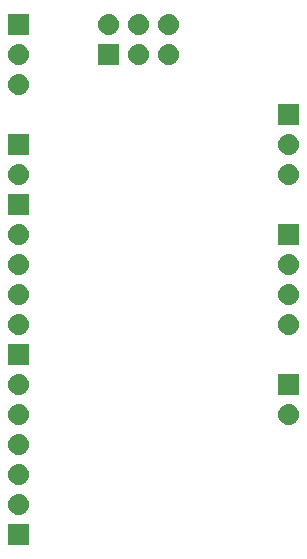
<source format=gbr>
%TF.GenerationSoftware,KiCad,Pcbnew,(5.1.2-1)-1*%
%TF.CreationDate,2019-06-29T03:26:25-07:00*%
%TF.ProjectId,ButtonInterfaceBoard 0-2,42757474-6f6e-4496-9e74-657266616365,rev?*%
%TF.SameCoordinates,Original*%
%TF.FileFunction,Soldermask,Bot*%
%TF.FilePolarity,Negative*%
%FSLAX46Y46*%
G04 Gerber Fmt 4.6, Leading zero omitted, Abs format (unit mm)*
G04 Created by KiCad (PCBNEW (5.1.2-1)-1) date 2019-06-29 03:26:25*
%MOMM*%
%LPD*%
G04 APERTURE LIST*
%ADD10C,0.100000*%
G04 APERTURE END LIST*
D10*
G36*
X97420800Y-99960800D02*
G01*
X95619200Y-99960800D01*
X95619200Y-98159200D01*
X97420800Y-98159200D01*
X97420800Y-99960800D01*
X97420800Y-99960800D01*
G37*
G36*
X96696588Y-95632234D02*
G01*
X96696591Y-95632235D01*
X96866388Y-95683742D01*
X97022878Y-95767388D01*
X97160043Y-95879957D01*
X97272612Y-96017122D01*
X97356258Y-96173612D01*
X97401875Y-96323992D01*
X97407766Y-96343412D01*
X97425158Y-96520000D01*
X97407766Y-96696588D01*
X97407765Y-96696591D01*
X97356258Y-96866388D01*
X97272612Y-97022878D01*
X97160043Y-97160043D01*
X97022878Y-97272612D01*
X96866388Y-97356258D01*
X96716008Y-97401875D01*
X96696588Y-97407766D01*
X96564249Y-97420800D01*
X96475751Y-97420800D01*
X96343412Y-97407766D01*
X96323992Y-97401875D01*
X96173612Y-97356258D01*
X96017122Y-97272612D01*
X95879957Y-97160043D01*
X95767388Y-97022878D01*
X95683742Y-96866388D01*
X95632235Y-96696591D01*
X95632234Y-96696588D01*
X95614842Y-96520000D01*
X95632234Y-96343412D01*
X95638125Y-96323992D01*
X95683742Y-96173612D01*
X95767388Y-96017122D01*
X95879957Y-95879957D01*
X96017122Y-95767388D01*
X96173612Y-95683742D01*
X96343409Y-95632235D01*
X96343412Y-95632234D01*
X96475751Y-95619200D01*
X96564249Y-95619200D01*
X96696588Y-95632234D01*
X96696588Y-95632234D01*
G37*
G36*
X96696588Y-93092234D02*
G01*
X96696591Y-93092235D01*
X96866388Y-93143742D01*
X97022878Y-93227388D01*
X97160043Y-93339957D01*
X97272612Y-93477122D01*
X97356258Y-93633612D01*
X97401875Y-93783992D01*
X97407766Y-93803412D01*
X97425158Y-93980000D01*
X97407766Y-94156588D01*
X97407765Y-94156591D01*
X97356258Y-94326388D01*
X97272612Y-94482878D01*
X97160043Y-94620043D01*
X97022878Y-94732612D01*
X96866388Y-94816258D01*
X96716008Y-94861875D01*
X96696588Y-94867766D01*
X96564249Y-94880800D01*
X96475751Y-94880800D01*
X96343412Y-94867766D01*
X96323992Y-94861875D01*
X96173612Y-94816258D01*
X96017122Y-94732612D01*
X95879957Y-94620043D01*
X95767388Y-94482878D01*
X95683742Y-94326388D01*
X95632235Y-94156591D01*
X95632234Y-94156588D01*
X95614842Y-93980000D01*
X95632234Y-93803412D01*
X95638125Y-93783992D01*
X95683742Y-93633612D01*
X95767388Y-93477122D01*
X95879957Y-93339957D01*
X96017122Y-93227388D01*
X96173612Y-93143742D01*
X96343409Y-93092235D01*
X96343412Y-93092234D01*
X96475751Y-93079200D01*
X96564249Y-93079200D01*
X96696588Y-93092234D01*
X96696588Y-93092234D01*
G37*
G36*
X96696588Y-90552234D02*
G01*
X96696591Y-90552235D01*
X96866388Y-90603742D01*
X97022878Y-90687388D01*
X97160043Y-90799957D01*
X97272612Y-90937122D01*
X97356258Y-91093612D01*
X97401875Y-91243992D01*
X97407766Y-91263412D01*
X97425158Y-91440000D01*
X97407766Y-91616588D01*
X97407765Y-91616591D01*
X97356258Y-91786388D01*
X97272612Y-91942878D01*
X97160043Y-92080043D01*
X97022878Y-92192612D01*
X96866388Y-92276258D01*
X96716008Y-92321875D01*
X96696588Y-92327766D01*
X96564249Y-92340800D01*
X96475751Y-92340800D01*
X96343412Y-92327766D01*
X96323992Y-92321875D01*
X96173612Y-92276258D01*
X96017122Y-92192612D01*
X95879957Y-92080043D01*
X95767388Y-91942878D01*
X95683742Y-91786388D01*
X95632235Y-91616591D01*
X95632234Y-91616588D01*
X95614842Y-91440000D01*
X95632234Y-91263412D01*
X95638125Y-91243992D01*
X95683742Y-91093612D01*
X95767388Y-90937122D01*
X95879957Y-90799957D01*
X96017122Y-90687388D01*
X96173612Y-90603742D01*
X96343409Y-90552235D01*
X96343412Y-90552234D01*
X96475751Y-90539200D01*
X96564249Y-90539200D01*
X96696588Y-90552234D01*
X96696588Y-90552234D01*
G37*
G36*
X119556588Y-88012234D02*
G01*
X119556591Y-88012235D01*
X119726388Y-88063742D01*
X119882878Y-88147388D01*
X120020043Y-88259957D01*
X120132612Y-88397122D01*
X120216258Y-88553612D01*
X120261875Y-88703992D01*
X120267766Y-88723412D01*
X120285158Y-88900000D01*
X120267766Y-89076588D01*
X120267765Y-89076591D01*
X120216258Y-89246388D01*
X120132612Y-89402878D01*
X120020043Y-89540043D01*
X119882878Y-89652612D01*
X119726388Y-89736258D01*
X119576008Y-89781875D01*
X119556588Y-89787766D01*
X119424249Y-89800800D01*
X119335751Y-89800800D01*
X119203412Y-89787766D01*
X119183992Y-89781875D01*
X119033612Y-89736258D01*
X118877122Y-89652612D01*
X118739957Y-89540043D01*
X118627388Y-89402878D01*
X118543742Y-89246388D01*
X118492235Y-89076591D01*
X118492234Y-89076588D01*
X118474842Y-88900000D01*
X118492234Y-88723412D01*
X118498125Y-88703992D01*
X118543742Y-88553612D01*
X118627388Y-88397122D01*
X118739957Y-88259957D01*
X118877122Y-88147388D01*
X119033612Y-88063742D01*
X119203409Y-88012235D01*
X119203412Y-88012234D01*
X119335751Y-87999200D01*
X119424249Y-87999200D01*
X119556588Y-88012234D01*
X119556588Y-88012234D01*
G37*
G36*
X96696588Y-88012234D02*
G01*
X96696591Y-88012235D01*
X96866388Y-88063742D01*
X97022878Y-88147388D01*
X97160043Y-88259957D01*
X97272612Y-88397122D01*
X97356258Y-88553612D01*
X97401875Y-88703992D01*
X97407766Y-88723412D01*
X97425158Y-88900000D01*
X97407766Y-89076588D01*
X97407765Y-89076591D01*
X97356258Y-89246388D01*
X97272612Y-89402878D01*
X97160043Y-89540043D01*
X97022878Y-89652612D01*
X96866388Y-89736258D01*
X96716008Y-89781875D01*
X96696588Y-89787766D01*
X96564249Y-89800800D01*
X96475751Y-89800800D01*
X96343412Y-89787766D01*
X96323992Y-89781875D01*
X96173612Y-89736258D01*
X96017122Y-89652612D01*
X95879957Y-89540043D01*
X95767388Y-89402878D01*
X95683742Y-89246388D01*
X95632235Y-89076591D01*
X95632234Y-89076588D01*
X95614842Y-88900000D01*
X95632234Y-88723412D01*
X95638125Y-88703992D01*
X95683742Y-88553612D01*
X95767388Y-88397122D01*
X95879957Y-88259957D01*
X96017122Y-88147388D01*
X96173612Y-88063742D01*
X96343409Y-88012235D01*
X96343412Y-88012234D01*
X96475751Y-87999200D01*
X96564249Y-87999200D01*
X96696588Y-88012234D01*
X96696588Y-88012234D01*
G37*
G36*
X120280800Y-87260800D02*
G01*
X118479200Y-87260800D01*
X118479200Y-85459200D01*
X120280800Y-85459200D01*
X120280800Y-87260800D01*
X120280800Y-87260800D01*
G37*
G36*
X96696588Y-85472234D02*
G01*
X96696591Y-85472235D01*
X96866388Y-85523742D01*
X97022878Y-85607388D01*
X97160043Y-85719957D01*
X97272612Y-85857122D01*
X97356258Y-86013612D01*
X97401875Y-86163992D01*
X97407766Y-86183412D01*
X97425158Y-86360000D01*
X97407766Y-86536588D01*
X97407765Y-86536591D01*
X97356258Y-86706388D01*
X97272612Y-86862878D01*
X97160043Y-87000043D01*
X97022878Y-87112612D01*
X96866388Y-87196258D01*
X96716008Y-87241875D01*
X96696588Y-87247766D01*
X96564249Y-87260800D01*
X96475751Y-87260800D01*
X96343412Y-87247766D01*
X96323992Y-87241875D01*
X96173612Y-87196258D01*
X96017122Y-87112612D01*
X95879957Y-87000043D01*
X95767388Y-86862878D01*
X95683742Y-86706388D01*
X95632235Y-86536591D01*
X95632234Y-86536588D01*
X95614842Y-86360000D01*
X95632234Y-86183412D01*
X95638125Y-86163992D01*
X95683742Y-86013612D01*
X95767388Y-85857122D01*
X95879957Y-85719957D01*
X96017122Y-85607388D01*
X96173612Y-85523742D01*
X96343409Y-85472235D01*
X96343412Y-85472234D01*
X96475751Y-85459200D01*
X96564249Y-85459200D01*
X96696588Y-85472234D01*
X96696588Y-85472234D01*
G37*
G36*
X97420800Y-84720800D02*
G01*
X95619200Y-84720800D01*
X95619200Y-82919200D01*
X97420800Y-82919200D01*
X97420800Y-84720800D01*
X97420800Y-84720800D01*
G37*
G36*
X119556588Y-80392234D02*
G01*
X119556591Y-80392235D01*
X119726388Y-80443742D01*
X119882878Y-80527388D01*
X120020043Y-80639957D01*
X120132612Y-80777122D01*
X120216258Y-80933612D01*
X120261875Y-81083992D01*
X120267766Y-81103412D01*
X120285158Y-81280000D01*
X120267766Y-81456588D01*
X120267765Y-81456591D01*
X120216258Y-81626388D01*
X120132612Y-81782878D01*
X120020043Y-81920043D01*
X119882878Y-82032612D01*
X119726388Y-82116258D01*
X119576008Y-82161875D01*
X119556588Y-82167766D01*
X119424249Y-82180800D01*
X119335751Y-82180800D01*
X119203412Y-82167766D01*
X119183992Y-82161875D01*
X119033612Y-82116258D01*
X118877122Y-82032612D01*
X118739957Y-81920043D01*
X118627388Y-81782878D01*
X118543742Y-81626388D01*
X118492235Y-81456591D01*
X118492234Y-81456588D01*
X118474842Y-81280000D01*
X118492234Y-81103412D01*
X118498125Y-81083992D01*
X118543742Y-80933612D01*
X118627388Y-80777122D01*
X118739957Y-80639957D01*
X118877122Y-80527388D01*
X119033612Y-80443742D01*
X119203409Y-80392235D01*
X119203412Y-80392234D01*
X119335751Y-80379200D01*
X119424249Y-80379200D01*
X119556588Y-80392234D01*
X119556588Y-80392234D01*
G37*
G36*
X96696588Y-80392234D02*
G01*
X96696591Y-80392235D01*
X96866388Y-80443742D01*
X97022878Y-80527388D01*
X97160043Y-80639957D01*
X97272612Y-80777122D01*
X97356258Y-80933612D01*
X97401875Y-81083992D01*
X97407766Y-81103412D01*
X97425158Y-81280000D01*
X97407766Y-81456588D01*
X97407765Y-81456591D01*
X97356258Y-81626388D01*
X97272612Y-81782878D01*
X97160043Y-81920043D01*
X97022878Y-82032612D01*
X96866388Y-82116258D01*
X96716008Y-82161875D01*
X96696588Y-82167766D01*
X96564249Y-82180800D01*
X96475751Y-82180800D01*
X96343412Y-82167766D01*
X96323992Y-82161875D01*
X96173612Y-82116258D01*
X96017122Y-82032612D01*
X95879957Y-81920043D01*
X95767388Y-81782878D01*
X95683742Y-81626388D01*
X95632235Y-81456591D01*
X95632234Y-81456588D01*
X95614842Y-81280000D01*
X95632234Y-81103412D01*
X95638125Y-81083992D01*
X95683742Y-80933612D01*
X95767388Y-80777122D01*
X95879957Y-80639957D01*
X96017122Y-80527388D01*
X96173612Y-80443742D01*
X96343409Y-80392235D01*
X96343412Y-80392234D01*
X96475751Y-80379200D01*
X96564249Y-80379200D01*
X96696588Y-80392234D01*
X96696588Y-80392234D01*
G37*
G36*
X119556588Y-77852234D02*
G01*
X119556591Y-77852235D01*
X119726388Y-77903742D01*
X119882878Y-77987388D01*
X120020043Y-78099957D01*
X120132612Y-78237122D01*
X120216258Y-78393612D01*
X120261875Y-78543992D01*
X120267766Y-78563412D01*
X120285158Y-78740000D01*
X120267766Y-78916588D01*
X120267765Y-78916591D01*
X120216258Y-79086388D01*
X120132612Y-79242878D01*
X120020043Y-79380043D01*
X119882878Y-79492612D01*
X119726388Y-79576258D01*
X119576008Y-79621875D01*
X119556588Y-79627766D01*
X119424249Y-79640800D01*
X119335751Y-79640800D01*
X119203412Y-79627766D01*
X119183992Y-79621875D01*
X119033612Y-79576258D01*
X118877122Y-79492612D01*
X118739957Y-79380043D01*
X118627388Y-79242878D01*
X118543742Y-79086388D01*
X118492235Y-78916591D01*
X118492234Y-78916588D01*
X118474842Y-78740000D01*
X118492234Y-78563412D01*
X118498125Y-78543992D01*
X118543742Y-78393612D01*
X118627388Y-78237122D01*
X118739957Y-78099957D01*
X118877122Y-77987388D01*
X119033612Y-77903742D01*
X119203409Y-77852235D01*
X119203412Y-77852234D01*
X119335751Y-77839200D01*
X119424249Y-77839200D01*
X119556588Y-77852234D01*
X119556588Y-77852234D01*
G37*
G36*
X96696588Y-77852234D02*
G01*
X96696591Y-77852235D01*
X96866388Y-77903742D01*
X97022878Y-77987388D01*
X97160043Y-78099957D01*
X97272612Y-78237122D01*
X97356258Y-78393612D01*
X97401875Y-78543992D01*
X97407766Y-78563412D01*
X97425158Y-78740000D01*
X97407766Y-78916588D01*
X97407765Y-78916591D01*
X97356258Y-79086388D01*
X97272612Y-79242878D01*
X97160043Y-79380043D01*
X97022878Y-79492612D01*
X96866388Y-79576258D01*
X96716008Y-79621875D01*
X96696588Y-79627766D01*
X96564249Y-79640800D01*
X96475751Y-79640800D01*
X96343412Y-79627766D01*
X96323992Y-79621875D01*
X96173612Y-79576258D01*
X96017122Y-79492612D01*
X95879957Y-79380043D01*
X95767388Y-79242878D01*
X95683742Y-79086388D01*
X95632235Y-78916591D01*
X95632234Y-78916588D01*
X95614842Y-78740000D01*
X95632234Y-78563412D01*
X95638125Y-78543992D01*
X95683742Y-78393612D01*
X95767388Y-78237122D01*
X95879957Y-78099957D01*
X96017122Y-77987388D01*
X96173612Y-77903742D01*
X96343409Y-77852235D01*
X96343412Y-77852234D01*
X96475751Y-77839200D01*
X96564249Y-77839200D01*
X96696588Y-77852234D01*
X96696588Y-77852234D01*
G37*
G36*
X119556588Y-75312234D02*
G01*
X119556591Y-75312235D01*
X119726388Y-75363742D01*
X119882878Y-75447388D01*
X120020043Y-75559957D01*
X120132612Y-75697122D01*
X120216258Y-75853612D01*
X120261875Y-76003992D01*
X120267766Y-76023412D01*
X120285158Y-76200000D01*
X120267766Y-76376588D01*
X120267765Y-76376591D01*
X120216258Y-76546388D01*
X120132612Y-76702878D01*
X120020043Y-76840043D01*
X119882878Y-76952612D01*
X119726388Y-77036258D01*
X119576008Y-77081875D01*
X119556588Y-77087766D01*
X119424249Y-77100800D01*
X119335751Y-77100800D01*
X119203412Y-77087766D01*
X119183992Y-77081875D01*
X119033612Y-77036258D01*
X118877122Y-76952612D01*
X118739957Y-76840043D01*
X118627388Y-76702878D01*
X118543742Y-76546388D01*
X118492235Y-76376591D01*
X118492234Y-76376588D01*
X118474842Y-76200000D01*
X118492234Y-76023412D01*
X118498125Y-76003992D01*
X118543742Y-75853612D01*
X118627388Y-75697122D01*
X118739957Y-75559957D01*
X118877122Y-75447388D01*
X119033612Y-75363742D01*
X119203409Y-75312235D01*
X119203412Y-75312234D01*
X119335751Y-75299200D01*
X119424249Y-75299200D01*
X119556588Y-75312234D01*
X119556588Y-75312234D01*
G37*
G36*
X96696588Y-75312234D02*
G01*
X96696591Y-75312235D01*
X96866388Y-75363742D01*
X97022878Y-75447388D01*
X97160043Y-75559957D01*
X97272612Y-75697122D01*
X97356258Y-75853612D01*
X97401875Y-76003992D01*
X97407766Y-76023412D01*
X97425158Y-76200000D01*
X97407766Y-76376588D01*
X97407765Y-76376591D01*
X97356258Y-76546388D01*
X97272612Y-76702878D01*
X97160043Y-76840043D01*
X97022878Y-76952612D01*
X96866388Y-77036258D01*
X96716008Y-77081875D01*
X96696588Y-77087766D01*
X96564249Y-77100800D01*
X96475751Y-77100800D01*
X96343412Y-77087766D01*
X96323992Y-77081875D01*
X96173612Y-77036258D01*
X96017122Y-76952612D01*
X95879957Y-76840043D01*
X95767388Y-76702878D01*
X95683742Y-76546388D01*
X95632235Y-76376591D01*
X95632234Y-76376588D01*
X95614842Y-76200000D01*
X95632234Y-76023412D01*
X95638125Y-76003992D01*
X95683742Y-75853612D01*
X95767388Y-75697122D01*
X95879957Y-75559957D01*
X96017122Y-75447388D01*
X96173612Y-75363742D01*
X96343409Y-75312235D01*
X96343412Y-75312234D01*
X96475751Y-75299200D01*
X96564249Y-75299200D01*
X96696588Y-75312234D01*
X96696588Y-75312234D01*
G37*
G36*
X120280800Y-74560800D02*
G01*
X118479200Y-74560800D01*
X118479200Y-72759200D01*
X120280800Y-72759200D01*
X120280800Y-74560800D01*
X120280800Y-74560800D01*
G37*
G36*
X96696588Y-72772234D02*
G01*
X96696591Y-72772235D01*
X96866388Y-72823742D01*
X97022878Y-72907388D01*
X97160043Y-73019957D01*
X97272612Y-73157122D01*
X97356258Y-73313612D01*
X97401875Y-73463992D01*
X97407766Y-73483412D01*
X97425158Y-73660000D01*
X97407766Y-73836588D01*
X97407765Y-73836591D01*
X97356258Y-74006388D01*
X97272612Y-74162878D01*
X97160043Y-74300043D01*
X97022878Y-74412612D01*
X96866388Y-74496258D01*
X96716008Y-74541875D01*
X96696588Y-74547766D01*
X96564249Y-74560800D01*
X96475751Y-74560800D01*
X96343412Y-74547766D01*
X96323992Y-74541875D01*
X96173612Y-74496258D01*
X96017122Y-74412612D01*
X95879957Y-74300043D01*
X95767388Y-74162878D01*
X95683742Y-74006388D01*
X95632235Y-73836591D01*
X95632234Y-73836588D01*
X95614842Y-73660000D01*
X95632234Y-73483412D01*
X95638125Y-73463992D01*
X95683742Y-73313612D01*
X95767388Y-73157122D01*
X95879957Y-73019957D01*
X96017122Y-72907388D01*
X96173612Y-72823742D01*
X96343409Y-72772235D01*
X96343412Y-72772234D01*
X96475751Y-72759200D01*
X96564249Y-72759200D01*
X96696588Y-72772234D01*
X96696588Y-72772234D01*
G37*
G36*
X97420800Y-72020800D02*
G01*
X95619200Y-72020800D01*
X95619200Y-70219200D01*
X97420800Y-70219200D01*
X97420800Y-72020800D01*
X97420800Y-72020800D01*
G37*
G36*
X119556588Y-67692234D02*
G01*
X119556591Y-67692235D01*
X119726388Y-67743742D01*
X119882878Y-67827388D01*
X120020043Y-67939957D01*
X120132612Y-68077122D01*
X120216258Y-68233612D01*
X120261875Y-68383992D01*
X120267766Y-68403412D01*
X120285158Y-68580000D01*
X120267766Y-68756588D01*
X120267765Y-68756591D01*
X120216258Y-68926388D01*
X120132612Y-69082878D01*
X120020043Y-69220043D01*
X119882878Y-69332612D01*
X119726388Y-69416258D01*
X119576008Y-69461875D01*
X119556588Y-69467766D01*
X119424249Y-69480800D01*
X119335751Y-69480800D01*
X119203412Y-69467766D01*
X119183992Y-69461875D01*
X119033612Y-69416258D01*
X118877122Y-69332612D01*
X118739957Y-69220043D01*
X118627388Y-69082878D01*
X118543742Y-68926388D01*
X118492235Y-68756591D01*
X118492234Y-68756588D01*
X118474842Y-68580000D01*
X118492234Y-68403412D01*
X118498125Y-68383992D01*
X118543742Y-68233612D01*
X118627388Y-68077122D01*
X118739957Y-67939957D01*
X118877122Y-67827388D01*
X119033612Y-67743742D01*
X119203409Y-67692235D01*
X119203412Y-67692234D01*
X119335751Y-67679200D01*
X119424249Y-67679200D01*
X119556588Y-67692234D01*
X119556588Y-67692234D01*
G37*
G36*
X96696588Y-67692234D02*
G01*
X96696591Y-67692235D01*
X96866388Y-67743742D01*
X97022878Y-67827388D01*
X97160043Y-67939957D01*
X97272612Y-68077122D01*
X97356258Y-68233612D01*
X97401875Y-68383992D01*
X97407766Y-68403412D01*
X97425158Y-68580000D01*
X97407766Y-68756588D01*
X97407765Y-68756591D01*
X97356258Y-68926388D01*
X97272612Y-69082878D01*
X97160043Y-69220043D01*
X97022878Y-69332612D01*
X96866388Y-69416258D01*
X96716008Y-69461875D01*
X96696588Y-69467766D01*
X96564249Y-69480800D01*
X96475751Y-69480800D01*
X96343412Y-69467766D01*
X96323992Y-69461875D01*
X96173612Y-69416258D01*
X96017122Y-69332612D01*
X95879957Y-69220043D01*
X95767388Y-69082878D01*
X95683742Y-68926388D01*
X95632235Y-68756591D01*
X95632234Y-68756588D01*
X95614842Y-68580000D01*
X95632234Y-68403412D01*
X95638125Y-68383992D01*
X95683742Y-68233612D01*
X95767388Y-68077122D01*
X95879957Y-67939957D01*
X96017122Y-67827388D01*
X96173612Y-67743742D01*
X96343409Y-67692235D01*
X96343412Y-67692234D01*
X96475751Y-67679200D01*
X96564249Y-67679200D01*
X96696588Y-67692234D01*
X96696588Y-67692234D01*
G37*
G36*
X119556588Y-65152234D02*
G01*
X119556591Y-65152235D01*
X119726388Y-65203742D01*
X119882878Y-65287388D01*
X120020043Y-65399957D01*
X120132612Y-65537122D01*
X120216258Y-65693612D01*
X120261875Y-65843992D01*
X120267766Y-65863412D01*
X120285158Y-66040000D01*
X120267766Y-66216588D01*
X120267765Y-66216591D01*
X120216258Y-66386388D01*
X120132612Y-66542878D01*
X120020043Y-66680043D01*
X119882878Y-66792612D01*
X119726388Y-66876258D01*
X119576008Y-66921875D01*
X119556588Y-66927766D01*
X119424249Y-66940800D01*
X119335751Y-66940800D01*
X119203412Y-66927766D01*
X119183992Y-66921875D01*
X119033612Y-66876258D01*
X118877122Y-66792612D01*
X118739957Y-66680043D01*
X118627388Y-66542878D01*
X118543742Y-66386388D01*
X118492235Y-66216591D01*
X118492234Y-66216588D01*
X118474842Y-66040000D01*
X118492234Y-65863412D01*
X118498125Y-65843992D01*
X118543742Y-65693612D01*
X118627388Y-65537122D01*
X118739957Y-65399957D01*
X118877122Y-65287388D01*
X119033612Y-65203742D01*
X119203409Y-65152235D01*
X119203412Y-65152234D01*
X119335751Y-65139200D01*
X119424249Y-65139200D01*
X119556588Y-65152234D01*
X119556588Y-65152234D01*
G37*
G36*
X97420800Y-66940800D02*
G01*
X95619200Y-66940800D01*
X95619200Y-65139200D01*
X97420800Y-65139200D01*
X97420800Y-66940800D01*
X97420800Y-66940800D01*
G37*
G36*
X120280800Y-64400800D02*
G01*
X118479200Y-64400800D01*
X118479200Y-62599200D01*
X120280800Y-62599200D01*
X120280800Y-64400800D01*
X120280800Y-64400800D01*
G37*
G36*
X96696588Y-60072234D02*
G01*
X96696591Y-60072235D01*
X96866388Y-60123742D01*
X97022878Y-60207388D01*
X97160043Y-60319957D01*
X97272612Y-60457122D01*
X97356258Y-60613612D01*
X97401875Y-60763992D01*
X97407766Y-60783412D01*
X97425158Y-60960000D01*
X97407766Y-61136588D01*
X97407765Y-61136591D01*
X97356258Y-61306388D01*
X97272612Y-61462878D01*
X97160043Y-61600043D01*
X97022878Y-61712612D01*
X96866388Y-61796258D01*
X96716008Y-61841875D01*
X96696588Y-61847766D01*
X96564249Y-61860800D01*
X96475751Y-61860800D01*
X96343412Y-61847766D01*
X96323992Y-61841875D01*
X96173612Y-61796258D01*
X96017122Y-61712612D01*
X95879957Y-61600043D01*
X95767388Y-61462878D01*
X95683742Y-61306388D01*
X95632235Y-61136591D01*
X95632234Y-61136588D01*
X95614842Y-60960000D01*
X95632234Y-60783412D01*
X95638125Y-60763992D01*
X95683742Y-60613612D01*
X95767388Y-60457122D01*
X95879957Y-60319957D01*
X96017122Y-60207388D01*
X96173612Y-60123742D01*
X96343409Y-60072235D01*
X96343412Y-60072234D01*
X96475751Y-60059200D01*
X96564249Y-60059200D01*
X96696588Y-60072234D01*
X96696588Y-60072234D01*
G37*
G36*
X105040800Y-59320800D02*
G01*
X103239200Y-59320800D01*
X103239200Y-57519200D01*
X105040800Y-57519200D01*
X105040800Y-59320800D01*
X105040800Y-59320800D01*
G37*
G36*
X106856588Y-57532234D02*
G01*
X106856591Y-57532235D01*
X107026388Y-57583742D01*
X107182878Y-57667388D01*
X107320043Y-57779957D01*
X107432612Y-57917122D01*
X107516258Y-58073612D01*
X107561875Y-58223992D01*
X107567766Y-58243412D01*
X107585158Y-58420000D01*
X107567766Y-58596588D01*
X107567765Y-58596591D01*
X107516258Y-58766388D01*
X107432612Y-58922878D01*
X107320043Y-59060043D01*
X107182878Y-59172612D01*
X107026388Y-59256258D01*
X106876008Y-59301875D01*
X106856588Y-59307766D01*
X106724249Y-59320800D01*
X106635751Y-59320800D01*
X106503412Y-59307766D01*
X106483992Y-59301875D01*
X106333612Y-59256258D01*
X106177122Y-59172612D01*
X106039957Y-59060043D01*
X105927388Y-58922878D01*
X105843742Y-58766388D01*
X105792235Y-58596591D01*
X105792234Y-58596588D01*
X105774842Y-58420000D01*
X105792234Y-58243412D01*
X105798125Y-58223992D01*
X105843742Y-58073612D01*
X105927388Y-57917122D01*
X106039957Y-57779957D01*
X106177122Y-57667388D01*
X106333612Y-57583742D01*
X106503409Y-57532235D01*
X106503412Y-57532234D01*
X106635751Y-57519200D01*
X106724249Y-57519200D01*
X106856588Y-57532234D01*
X106856588Y-57532234D01*
G37*
G36*
X109396588Y-57532234D02*
G01*
X109396591Y-57532235D01*
X109566388Y-57583742D01*
X109722878Y-57667388D01*
X109860043Y-57779957D01*
X109972612Y-57917122D01*
X110056258Y-58073612D01*
X110101875Y-58223992D01*
X110107766Y-58243412D01*
X110125158Y-58420000D01*
X110107766Y-58596588D01*
X110107765Y-58596591D01*
X110056258Y-58766388D01*
X109972612Y-58922878D01*
X109860043Y-59060043D01*
X109722878Y-59172612D01*
X109566388Y-59256258D01*
X109416008Y-59301875D01*
X109396588Y-59307766D01*
X109264249Y-59320800D01*
X109175751Y-59320800D01*
X109043412Y-59307766D01*
X109023992Y-59301875D01*
X108873612Y-59256258D01*
X108717122Y-59172612D01*
X108579957Y-59060043D01*
X108467388Y-58922878D01*
X108383742Y-58766388D01*
X108332235Y-58596591D01*
X108332234Y-58596588D01*
X108314842Y-58420000D01*
X108332234Y-58243412D01*
X108338125Y-58223992D01*
X108383742Y-58073612D01*
X108467388Y-57917122D01*
X108579957Y-57779957D01*
X108717122Y-57667388D01*
X108873612Y-57583742D01*
X109043409Y-57532235D01*
X109043412Y-57532234D01*
X109175751Y-57519200D01*
X109264249Y-57519200D01*
X109396588Y-57532234D01*
X109396588Y-57532234D01*
G37*
G36*
X96696588Y-57532234D02*
G01*
X96696591Y-57532235D01*
X96866388Y-57583742D01*
X97022878Y-57667388D01*
X97160043Y-57779957D01*
X97272612Y-57917122D01*
X97356258Y-58073612D01*
X97401875Y-58223992D01*
X97407766Y-58243412D01*
X97425158Y-58420000D01*
X97407766Y-58596588D01*
X97407765Y-58596591D01*
X97356258Y-58766388D01*
X97272612Y-58922878D01*
X97160043Y-59060043D01*
X97022878Y-59172612D01*
X96866388Y-59256258D01*
X96716008Y-59301875D01*
X96696588Y-59307766D01*
X96564249Y-59320800D01*
X96475751Y-59320800D01*
X96343412Y-59307766D01*
X96323992Y-59301875D01*
X96173612Y-59256258D01*
X96017122Y-59172612D01*
X95879957Y-59060043D01*
X95767388Y-58922878D01*
X95683742Y-58766388D01*
X95632235Y-58596591D01*
X95632234Y-58596588D01*
X95614842Y-58420000D01*
X95632234Y-58243412D01*
X95638125Y-58223992D01*
X95683742Y-58073612D01*
X95767388Y-57917122D01*
X95879957Y-57779957D01*
X96017122Y-57667388D01*
X96173612Y-57583742D01*
X96343409Y-57532235D01*
X96343412Y-57532234D01*
X96475751Y-57519200D01*
X96564249Y-57519200D01*
X96696588Y-57532234D01*
X96696588Y-57532234D01*
G37*
G36*
X109396588Y-54992234D02*
G01*
X109396591Y-54992235D01*
X109566388Y-55043742D01*
X109722878Y-55127388D01*
X109860043Y-55239957D01*
X109972612Y-55377122D01*
X110056258Y-55533612D01*
X110101875Y-55683992D01*
X110107766Y-55703412D01*
X110125158Y-55880000D01*
X110107766Y-56056588D01*
X110107765Y-56056591D01*
X110056258Y-56226388D01*
X109972612Y-56382878D01*
X109860043Y-56520043D01*
X109722878Y-56632612D01*
X109566388Y-56716258D01*
X109416008Y-56761875D01*
X109396588Y-56767766D01*
X109264249Y-56780800D01*
X109175751Y-56780800D01*
X109043412Y-56767766D01*
X109023992Y-56761875D01*
X108873612Y-56716258D01*
X108717122Y-56632612D01*
X108579957Y-56520043D01*
X108467388Y-56382878D01*
X108383742Y-56226388D01*
X108332235Y-56056591D01*
X108332234Y-56056588D01*
X108314842Y-55880000D01*
X108332234Y-55703412D01*
X108338125Y-55683992D01*
X108383742Y-55533612D01*
X108467388Y-55377122D01*
X108579957Y-55239957D01*
X108717122Y-55127388D01*
X108873612Y-55043742D01*
X109043409Y-54992235D01*
X109043412Y-54992234D01*
X109175751Y-54979200D01*
X109264249Y-54979200D01*
X109396588Y-54992234D01*
X109396588Y-54992234D01*
G37*
G36*
X106856588Y-54992234D02*
G01*
X106856591Y-54992235D01*
X107026388Y-55043742D01*
X107182878Y-55127388D01*
X107320043Y-55239957D01*
X107432612Y-55377122D01*
X107516258Y-55533612D01*
X107561875Y-55683992D01*
X107567766Y-55703412D01*
X107585158Y-55880000D01*
X107567766Y-56056588D01*
X107567765Y-56056591D01*
X107516258Y-56226388D01*
X107432612Y-56382878D01*
X107320043Y-56520043D01*
X107182878Y-56632612D01*
X107026388Y-56716258D01*
X106876008Y-56761875D01*
X106856588Y-56767766D01*
X106724249Y-56780800D01*
X106635751Y-56780800D01*
X106503412Y-56767766D01*
X106483992Y-56761875D01*
X106333612Y-56716258D01*
X106177122Y-56632612D01*
X106039957Y-56520043D01*
X105927388Y-56382878D01*
X105843742Y-56226388D01*
X105792235Y-56056591D01*
X105792234Y-56056588D01*
X105774842Y-55880000D01*
X105792234Y-55703412D01*
X105798125Y-55683992D01*
X105843742Y-55533612D01*
X105927388Y-55377122D01*
X106039957Y-55239957D01*
X106177122Y-55127388D01*
X106333612Y-55043742D01*
X106503409Y-54992235D01*
X106503412Y-54992234D01*
X106635751Y-54979200D01*
X106724249Y-54979200D01*
X106856588Y-54992234D01*
X106856588Y-54992234D01*
G37*
G36*
X97420800Y-56780800D02*
G01*
X95619200Y-56780800D01*
X95619200Y-54979200D01*
X97420800Y-54979200D01*
X97420800Y-56780800D01*
X97420800Y-56780800D01*
G37*
G36*
X104316588Y-54992234D02*
G01*
X104316591Y-54992235D01*
X104486388Y-55043742D01*
X104642878Y-55127388D01*
X104780043Y-55239957D01*
X104892612Y-55377122D01*
X104976258Y-55533612D01*
X105021875Y-55683992D01*
X105027766Y-55703412D01*
X105045158Y-55880000D01*
X105027766Y-56056588D01*
X105027765Y-56056591D01*
X104976258Y-56226388D01*
X104892612Y-56382878D01*
X104780043Y-56520043D01*
X104642878Y-56632612D01*
X104486388Y-56716258D01*
X104336008Y-56761875D01*
X104316588Y-56767766D01*
X104184249Y-56780800D01*
X104095751Y-56780800D01*
X103963412Y-56767766D01*
X103943992Y-56761875D01*
X103793612Y-56716258D01*
X103637122Y-56632612D01*
X103499957Y-56520043D01*
X103387388Y-56382878D01*
X103303742Y-56226388D01*
X103252235Y-56056591D01*
X103252234Y-56056588D01*
X103234842Y-55880000D01*
X103252234Y-55703412D01*
X103258125Y-55683992D01*
X103303742Y-55533612D01*
X103387388Y-55377122D01*
X103499957Y-55239957D01*
X103637122Y-55127388D01*
X103793612Y-55043742D01*
X103963409Y-54992235D01*
X103963412Y-54992234D01*
X104095751Y-54979200D01*
X104184249Y-54979200D01*
X104316588Y-54992234D01*
X104316588Y-54992234D01*
G37*
M02*

</source>
